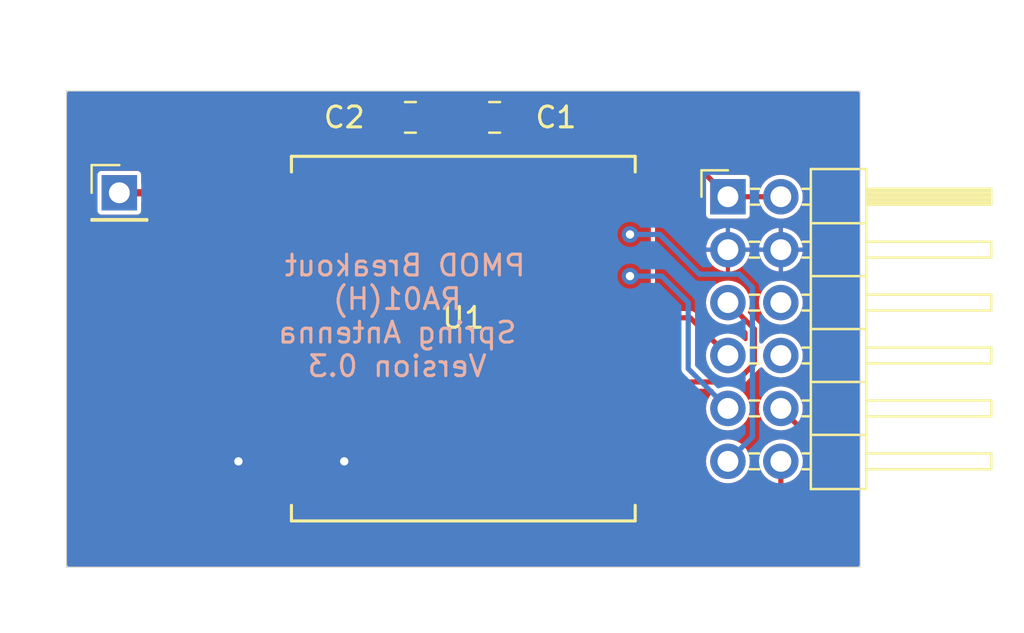
<source format=kicad_pcb>
(kicad_pcb (version 20221018) (generator pcbnew)
  (layers (0 "F.Cu" signal) (31 "B.Cu" signal) (34 "B.Paste" user) (35 "F.Paste" user) (36 "B.SilkS" user "B.Silkscreen") (37 "F.SilkS" user "F.Silkscreen") (38 "B.Mask" user) (39 "F.Mask" user) (44 "Edge.Cuts" user))
  (net 0 "")
  (net 1 "GND")
  (net 2 "nRESET")
  (net 3 "nCS")
  (net 4 "SCK")
  (net 5 "MOSI")
  (net 6 "MISO")
  (net 7 "VCC")
  (net 10 "Net-(J2-Pin_1)")
  (net 11 "DIO0")
  (footprint "Connector_PinHeader_2.54mm:PinHeader_2x06_P2.54mm_Horizontal" (layer "F.Cu") (at 149.86 43.18)
    (fp_text reference "J1" hide)
    (fp_text value "Conn_02x06_Odd_Even")
    (fp_line (start -1.27 -1.27) (end 0 -1.27) (stroke (width 0.12)) (layer "F.SilkS"))
    (fp_line (start -1.27 0) (end -1.27 -1.27) (stroke (width 0.12)) (layer "F.SilkS"))
    (fp_line (start 1.042929 2.16) (end 1.497071 2.16) (stroke (width 0.12)) (layer "F.SilkS"))
    (fp_line (start 1.042929 2.92) (end 1.497071 2.92) (stroke (width 0.12)) (layer "F.SilkS"))
    (fp_line (start 1.042929 4.7) (end 1.497071 4.7) (stroke (width 0.12)) (layer "F.SilkS"))
    (fp_line (start 1.042929 5.46) (end 1.497071 5.46) (stroke (width 0.12)) (layer "F.SilkS"))
    (fp_line (start 1.042929 7.24) (end 1.497071 7.24) (stroke (width 0.12)) (layer "F.SilkS"))
    (fp_line (start 1.042929 8) (end 1.497071 8) (stroke (width 0.12)) (layer "F.SilkS"))
    (fp_line (start 1.042929 9.78) (end 1.497071 9.78) (stroke (width 0.12)) (layer "F.SilkS"))
    (fp_line (start 1.042929 10.54) (end 1.497071 10.54) (stroke (width 0.12)) (layer "F.SilkS"))
    (fp_line (start 1.042929 12.32) (end 1.497071 12.32) (stroke (width 0.12)) (layer "F.SilkS"))
    (fp_line (start 1.042929 13.08) (end 1.497071 13.08) (stroke (width 0.12)) (layer "F.SilkS"))
    (fp_line (start 1.11 -0.38) (end 1.497071 -0.38) (stroke (width 0.12)) (layer "F.SilkS"))
    (fp_line (start 1.11 0.38) (end 1.497071 0.38) (stroke (width 0.12)) (layer "F.SilkS"))
    (fp_line (start 3.582929 -0.38) (end 3.98 -0.38) (stroke (width 0.12)) (layer "F.SilkS"))
    (fp_line (start 3.582929 0.38) (end 3.98 0.38) (stroke (width 0.12)) (layer "F.SilkS"))
    (fp_line (start 3.582929 2.16) (end 3.98 2.16) (stroke (width 0.12)) (layer "F.SilkS"))
    (fp_line (start 3.582929 2.92) (end 3.98 2.92) (stroke (width 0.12)) (layer "F.SilkS"))
    (fp_line (start 3.582929 4.7) (end 3.98 4.7) (stroke (width 0.12)) (layer "F.SilkS"))
    (fp_line (start 3.582929 5.46) (end 3.98 5.46) (stroke (width 0.12)) (layer "F.SilkS"))
    (fp_line (start 3.582929 7.24) (end 3.98 7.24) (stroke (width 0.12)) (layer "F.SilkS"))
    (fp_line (start 3.582929 8) (end 3.98 8) (stroke (width 0.12)) (layer "F.SilkS"))
    (fp_line (start 3.582929 9.78) (end 3.98 9.78) (stroke (width 0.12)) (layer "F.SilkS"))
    (fp_line (start 3.582929 10.54) (end 3.98 10.54) (stroke (width 0.12)) (layer "F.SilkS"))
    (fp_line (start 3.582929 12.32) (end 3.98 12.32) (stroke (width 0.12)) (layer "F.SilkS"))
    (fp_line (start 3.582929 13.08) (end 3.98 13.08) (stroke (width 0.12)) (layer "F.SilkS"))
    (fp_line (start 3.98 -1.33) (end 3.98 14.03) (stroke (width 0.12)) (layer "F.SilkS"))
    (fp_line (start 3.98 1.27) (end 6.64 1.27) (stroke (width 0.12)) (layer "F.SilkS"))
    (fp_line (start 3.98 3.81) (end 6.64 3.81) (stroke (width 0.12)) (layer "F.SilkS"))
    (fp_line (start 3.98 6.35) (end 6.64 6.35) (stroke (width 0.12)) (layer "F.SilkS"))
    (fp_line (start 3.98 8.89) (end 6.64 8.89) (stroke (width 0.12)) (layer "F.SilkS"))
    (fp_line (start 3.98 11.43) (end 6.64 11.43) (stroke (width 0.12)) (layer "F.SilkS"))
    (fp_line (start 3.98 14.03) (end 6.64 14.03) (stroke (width 0.12)) (layer "F.SilkS"))
    (fp_line (start 6.64 -1.33) (end 3.98 -1.33) (stroke (width 0.12)) (layer "F.SilkS"))
    (fp_line (start 6.64 -0.38) (end 12.64 -0.38) (stroke (width 0.12)) (layer "F.SilkS"))
    (fp_line (start 6.64 -0.32) (end 12.64 -0.32) (stroke (width 0.12)) (layer "F.SilkS"))
    (fp_line (start 6.64 -0.2) (end 12.64 -0.2) (stroke (width 0.12)) (layer "F.SilkS"))
    (fp_line (start 6.64 -0.08) (end 12.64 -0.08) (stroke (width 0.12)) (layer "F.SilkS"))
    (fp_line (start 6.64 0.04) (end 12.64 0.04) (stroke (width 0.12)) (layer "F.SilkS"))
    (fp_line (start 6.64 0.16) (end 12.64 0.16) (stroke (width 0.12)) (layer "F.SilkS"))
    (fp_line (start 6.64 0.28) (end 12.64 0.28) (stroke (width 0.12)) (layer "F.SilkS"))
    (fp_line (start 6.64 2.16) (end 12.64 2.16) (stroke (width 0.12)) (layer "F.SilkS"))
    (fp_line (start 6.64 4.7) (end 12.64 4.7) (stroke (width 0.12)) (layer "F.SilkS"))
    (fp_line (start 6.64 7.24) (end 12.64 7.24) (stroke (width 0.12)) (layer "F.SilkS"))
    (fp_line (start 6.64 9.78) (end 12.64 9.78) (stroke (width 0.12)) (layer "F.SilkS"))
    (fp_line (start 6.64 12.32) (end 12.64 12.32) (stroke (width 0.12)) (layer "F.SilkS"))
    (fp_line (start 6.64 14.03) (end 6.64 -1.33) (stroke (width 0.12)) (layer "F.SilkS"))
    (fp_line (start 12.64 -0.38) (end 12.64 0.38) (stroke (width 0.12)) (layer "F.SilkS"))
    (fp_line (start 12.64 0.38) (end 6.64 0.38) (stroke (width 0.12)) (layer "F.SilkS"))
    (fp_line (start 12.64 2.16) (end 12.64 2.92) (stroke (width 0.12)) (layer "F.SilkS"))
    (fp_line (start 12.64 2.92) (end 6.64 2.92) (stroke (width 0.12)) (layer "F.SilkS"))
    (fp_line (start 12.64 4.7) (end 12.64 5.46) (stroke (width 0.12)) (layer "F.SilkS"))
    (fp_line (start 12.64 5.46) (end 6.64 5.46) (stroke (width 0.12)) (layer "F.SilkS"))
    (fp_line (start 12.64 7.24) (end 12.64 8) (stroke (width 0.12)) (layer "F.SilkS"))
    (fp_line (start 12.64 8) (end 6.64 8) (stroke (width 0.12)) (layer "F.SilkS"))
    (fp_line (start 12.64 9.78) (end 12.64 10.54) (stroke (width 0.12)) (layer "F.SilkS"))
    (fp_line (start 12.64 10.54) (end 6.64 10.54) (stroke (width 0.12)) (layer "F.SilkS"))
    (fp_line (start 12.64 12.32) (end 12.64 13.08) (stroke (width 0.12)) (layer "F.SilkS"))
    (fp_line (start 12.64 13.08) (end 6.64 13.08) (stroke (width 0.12)) (layer "F.SilkS"))
    (pad "1" thru_hole rect (at 0 0) (size 1.7 1.7) (drill 1) (layers "*.Cu" "*.Mask") (net 7 "VCC"))
    (pad "2" thru_hole oval (at 2.54 0) (size 1.7 1.7) (drill 1) (layers "*.Cu" "*.Mask") (net 7 "VCC"))
    (pad "3" thru_hole oval (at 0 2.54) (size 1.7 1.7) (drill 1) (layers "*.Cu" "*.Mask") (net 1 "GND"))
    (pad "4" thru_hole oval (at 2.54 2.54) (size 1.7 1.7) (drill 1) (layers "*.Cu" "*.Mask") (net 1 "GND"))
    (pad "5" thru_hole oval (at 0 5.08) (size 1.7 1.7) (drill 1) (layers "*.Cu" "*.Mask") (net 4 "SCK"))
    (pad "6" thru_hole oval (at 2.54 5.08) (size 1.7 1.7) (drill 1) (layers "*.Cu" "*.Mask"))
    (pad "7" thru_hole oval (at 0 7.62) (size 1.7 1.7) (drill 1) (layers "*.Cu" "*.Mask") (net 6 "MISO"))
    (pad "8" thru_hole oval (at 2.54 7.62) (size 1.7 1.7) (drill 1) (layers "*.Cu" "*.Mask"))
    (pad "9" thru_hole oval (at 0 10.16) (size 1.7 1.7) (drill 1) (layers "*.Cu" "*.Mask") (net 5 "MOSI"))
    (pad "10" thru_hole oval (at 2.54 10.16) (size 1.7 1.7) (drill 1) (layers "*.Cu" "*.Mask") (net 2 "nRESET"))
    (pad "11" thru_hole oval (at 0 12.7) (size 1.7 1.7) (drill 1) (layers "*.Cu" "*.Mask") (net 3 "nCS"))
    (pad "12" thru_hole oval (at 2.54 12.7) (size 1.7 1.7) (drill 1) (layers "*.Cu" "*.Mask") (net 11 "DIO0"))
  )
  (footprint "RF_Module:Ai-Thinker-Ra-01-LoRa" (layer "F.Cu") (at 137.16 49.99)
    (fp_text reference "U1" (at 0 -1) (layer "F.SilkS"))
    (fp_text value "Ai-Thinker-Ra-01")
    (fp_line (start -8.25 -8.75) (end 8.25 -8.75) (stroke (width 0.15)) (layer "F.SilkS"))
    (fp_line (start -8.25 -8) (end -8.25 -8.75) (stroke (width 0.15)) (layer "F.SilkS"))
    (fp_line (start -8.25 8) (end -8.25 8.75) (stroke (width 0.15)) (layer "F.SilkS"))
    (fp_line (start -8.25 8.75) (end 8.25 8.75) (stroke (width 0.15)) (layer "F.SilkS"))
    (fp_line (start 8.25 -8.75) (end 8.25 -8) (stroke (width 0.15)) (layer "F.SilkS"))
    (fp_line (start 8.25 8.75) (end 8.25 8) (stroke (width 0.15)) (layer "F.SilkS"))
    (pad "1" smd rect (at -8 -7) (size 2 1.5) (layers "F.Cu" "F.Paste" "F.Mask") (net 10 "Net-(J2-Pin_1)"))
    (pad "2" smd rect (at -8 -5) (size 2 1.5) (layers "F.Cu" "F.Paste" "F.Mask") (net 1 "GND"))
    (pad "3" smd rect (at -8 -3) (size 2 1.5) (layers "F.Cu" "F.Paste" "F.Mask") (net 7 "VCC"))
    (pad "4" smd rect (at -8 -1) (size 2 1.5) (layers "F.Cu" "F.Paste" "F.Mask") (net 2 "nRESET"))
    (pad "5" smd rect (at -8 1) (size 2 1.5) (layers "F.Cu" "F.Paste" "F.Mask") (net 11 "DIO0"))
    (pad "6" smd rect (at -8 3) (size 2 1.5) (layers "F.Cu" "F.Paste" "F.Mask"))
    (pad "7" smd rect (at -8 5) (size 2 1.5) (layers "F.Cu" "F.Paste" "F.Mask"))
    (pad "8" smd rect (at -8 7) (size 2 1.5) (layers "F.Cu" "F.Paste" "F.Mask"))
    (pad "9" smd rect (at 8 7) (size 2 1.5) (layers "F.Cu" "F.Paste" "F.Mask") (net 1 "GND"))
    (pad "10" smd rect (at 8 5) (size 2 1.5) (layers "F.Cu" "F.Paste" "F.Mask"))
    (pad "11" smd rect (at 8 3) (size 2 1.5) (layers "F.Cu" "F.Paste" "F.Mask"))
    (pad "12" smd rect (at 8 1) (size 2 1.5) (layers "F.Cu" "F.Paste" "F.Mask") (net 4 "SCK"))
    (pad "13" smd rect (at 8 -1) (size 2 1.5) (layers "F.Cu" "F.Paste" "F.Mask") (net 6 "MISO"))
    (pad "14" smd rect (at 8 -3) (size 2 1.5) (layers "F.Cu" "F.Paste" "F.Mask") (net 5 "MOSI"))
    (pad "15" smd rect (at 8 -5) (size 2 1.5) (layers "F.Cu" "F.Paste" "F.Mask") (net 3 "nCS"))
    (pad "16" smd rect (at 8 -7) (size 2 1.5) (layers "F.Cu" "F.Paste" "F.Mask") (net 1 "GND"))
  )
  (footprint "Capacitor_SMD:C_0805_2012Metric_Pad1.18x1.45mm_HandSolder" (layer "F.Cu") (at 138.6625 39.37)
    (fp_text reference "C1" (at 2.9425 0) (layer "F.SilkS"))
    (fp_text value "C_Small")
    (fp_line (start -0.261252 -0.735) (end 0.261252 -0.735) (stroke (width 0.12)) (layer "F.SilkS"))
    (fp_line (start -0.261252 0.735) (end 0.261252 0.735) (stroke (width 0.12)) (layer "F.SilkS"))
    (pad "1" smd roundrect (at -1.0375 0) (size 1.175 1.45) (layers "F.Cu" "F.Paste" "F.Mask") (roundrect_rratio 0.2127659574) (net 7 "VCC"))
    (pad "2" smd roundrect (at 1.0375 0) (size 1.175 1.45) (layers "F.Cu" "F.Paste" "F.Mask") (roundrect_rratio 0.2127659574) (net 1 "GND"))
  )
  (footprint "Connector_PinHeader_2.54mm:PinHeader_1x01_P2.54mm_Vertical" (layer "F.Cu") (at 120.65 42.99)
    (fp_text reference "J2" hide)
    (fp_text value "Conn_01x01")
    (fp_line (start -1.33 -1.33) (end 0 -1.33) (stroke (width 0.12)) (layer "F.SilkS"))
    (fp_line (start -1.33 0) (end -1.33 -1.33) (stroke (width 0.12)) (layer "F.SilkS"))
    (fp_line (start -1.33 1.27) (end -1.33 1.33) (stroke (width 0.12)) (layer "F.SilkS"))
    (fp_line (start -1.33 1.27) (end 1.33 1.27) (stroke (width 0.12)) (layer "F.SilkS"))
    (fp_line (start -1.33 1.33) (end 1.33 1.33) (stroke (width 0.12)) (layer "F.SilkS"))
    (fp_line (start 1.33 1.27) (end 1.33 1.33) (stroke (width 0.12)) (layer "F.SilkS"))
    (pad "1" thru_hole rect (at 0 0) (size 1.7 1.7) (drill 1) (layers "*.Cu" "*.Mask") (net 10 "Net-(J2-Pin_1)"))
  )
  (footprint "Capacitor_SMD:C_0805_2012Metric_Pad1.18x1.45mm_HandSolder" (layer "F.Cu") (at 134.62 39.37 180)
    (fp_text reference "C2" (at 3.175 0) (layer "F.SilkS"))
    (fp_text value "C_Small")
    (fp_line (start -0.261252 -0.735) (end 0.261252 -0.735) (stroke (width 0.12)) (layer "F.SilkS"))
    (fp_line (start -0.261252 0.735) (end 0.261252 0.735) (stroke (width 0.12)) (layer "F.SilkS"))
    (pad "1" smd roundrect (at -1.0375 0 180) (size 1.175 1.45) (layers "F.Cu" "F.Paste" "F.Mask") (roundrect_rratio 0.2127659574) (net 7 "VCC"))
    (pad "2" smd roundrect (at 1.0375 0 180) (size 1.175 1.45) (layers "F.Cu" "F.Paste" "F.Mask") (roundrect_rratio 0.2127659574) (net 1 "GND"))
  )
  (gr_rect (start 118.11 38.1) (end 156.21 60.96) (stroke (width 0.05)) (fill none) (layer "Edge.Cuts"))
  (gr_text "PMOD Breakout \nRA01(H)\nSpring Antenna\nVersion 0.3" (at 133.985 48.895) (layer "B.SilkS") (effects (font (size 1 1)) (justify mirror)))
  (via (at 131.445 55.88) (size 0.8) (drill 0.4) (layers "F.Cu" "B.Cu") (net 1))
  (via (at 126.365 55.88) (size 0.8) (drill 0.4) (layers "F.Cu" "B.Cu") (net 1))
  (segment (start 125.095 49.53) (end 125.095 57.785) (width 0.25) (layer "F.Cu") (net 2))
  (segment (start 125.635 48.99) (end 125.095 49.53) (width 0.25) (layer "F.Cu") (net 2))
  (segment (start 153.67 54.61) (end 152.4 53.34) (width 0.25) (layer "F.Cu") (net 2))
  (segment (start 127 59.69) (end 151.765 59.69) (width 0.25) (layer "F.Cu") (net 2))
  (segment (start 129.16 48.99) (end 125.635 48.99) (width 0.25) (layer "F.Cu") (net 2))
  (segment (start 153.67 57.785) (end 153.67 54.61) (width 0.25) (layer "F.Cu") (net 2))
  (segment (start 151.765 59.69) (end 153.67 57.785) (width 0.25) (layer "F.Cu") (net 2))
  (segment (start 125.095 57.785) (end 127 59.69) (width 0.25) (layer "F.Cu") (net 2))
  (via (at 145.16 44.99) (size 0.8) (drill 0.4) (layers "F.Cu" "B.Cu") (net 3))
  (segment (start 151.035 54.705) (end 151.035 47.53) (width 0.25) (layer "B.Cu") (net 3))
  (segment (start 149.86 55.88) (end 151.035 54.705) (width 0.25) (layer "B.Cu") (net 3))
  (segment (start 151.035 47.53) (end 150.4 46.895) (width 0.25) (layer "B.Cu") (net 3))
  (segment (start 148.495 46.895) (end 146.59 44.99) (width 0.25) (layer "B.Cu") (net 3))
  (segment (start 146.59 44.99) (end 145.16 44.99) (width 0.25) (layer "B.Cu") (net 3))
  (segment (start 150.4 46.895) (end 148.495 46.895) (width 0.25) (layer "B.Cu") (net 3))
  (segment (start 145.41 50.99) (end 146.49 52.07) (width 0.25) (layer "F.Cu") (net 4))
  (segment (start 151.13 49.53) (end 149.86 48.26) (width 0.25) (layer "F.Cu") (net 4))
  (segment (start 150.251701 52.07) (end 151.13 51.191701) (width 0.25) (layer "F.Cu") (net 4))
  (segment (start 151.13 51.191701) (end 151.13 49.53) (width 0.25) (layer "F.Cu") (net 4))
  (segment (start 146.49 52.07) (end 150.251701 52.07) (width 0.25) (layer "F.Cu") (net 4))
  (segment (start 145.16 50.99) (end 145.41 50.99) (width 0.25) (layer "F.Cu") (net 4))
  (via (at 145.16 46.99) (size 0.8) (drill 0.4) (layers "F.Cu" "B.Cu") (net 5))
  (segment (start 149.86 53.34) (end 147.955 51.435) (width 0.25) (layer "B.Cu") (net 5))
  (segment (start 146.685 46.99) (end 145.16 46.99) (width 0.25) (layer "B.Cu") (net 5))
  (segment (start 147.955 48.26) (end 146.685 46.99) (width 0.25) (layer "B.Cu") (net 5))
  (segment (start 147.955 51.435) (end 147.955 48.26) (width 0.25) (layer "B.Cu") (net 5))
  (segment (start 145.16 48.99) (end 148.05 48.99) (width 0.25) (layer "F.Cu") (net 6))
  (segment (start 148.05 48.99) (end 149.86 50.8) (width 0.25) (layer "F.Cu") (net 6))
  (segment (start 137.625 39.37) (end 138.895 40.64) (width 0.25) (layer "F.Cu") (net 7))
  (segment (start 149.86 43.18) (end 152.4 43.18) (width 0.25) (layer "F.Cu") (net 7))
  (segment (start 129.16 46.99) (end 132.08 46.99) (width 0.25) (layer "F.Cu") (net 7))
  (segment (start 138.895 40.64) (end 147.32 40.64) (width 0.25) (layer "F.Cu") (net 7))
  (segment (start 135.6575 43.4125) (end 135.6575 39.37) (width 0.25) (layer "F.Cu") (net 7))
  (segment (start 137.625 39.37) (end 135.6575 39.37) (width 0.25) (layer "F.Cu") (net 7))
  (segment (start 132.08 46.99) (end 135.6575 43.4125) (width 0.25) (layer "F.Cu") (net 7))
  (segment (start 147.32 40.64) (end 149.86 43.18) (width 0.25) (layer "F.Cu") (net 7))
  (segment (start 129.16 42.99) (end 120.65 42.99) (width 0.35) (layer "F.Cu") (net 10))
  (segment (start 133.985 59.055) (end 151.13 59.055) (width 0.25) (layer "F.Cu") (net 11))
  (segment (start 129.16 50.99) (end 131.635 50.99) (width 0.25) (layer "F.Cu") (net 11))
  (segment (start 151.13 59.055) (end 152.4 57.785) (width 0.25) (layer "F.Cu") (net 11))
  (segment (start 152.4 57.785) (end 152.4 55.88) (width 0.25) (layer "F.Cu") (net 11))
  (segment (start 132.715 57.785) (end 133.985 59.055) (width 0.25) (layer "F.Cu") (net 11))
  (segment (start 131.635 50.99) (end 132.715 52.07) (width 0.25) (layer "F.Cu") (net 11))
  (segment (start 132.715 52.07) (end 132.715 57.785) (width 0.25) (layer "F.Cu") (net 11))
  (zone (net 1) (net_name "GND") (layers "F&B.Cu") (connect_pads (clearance 0.2)) (min_thickness 0.2) (fill yes (thermal_gap 0.2) (thermal_bridge_width 0.2))
    (polygon (pts (xy 156.21 60.96) (xy 118.11 60.96) (xy 118.11 38.1) (xy 156.21 38.1)))
  )
)
</source>
